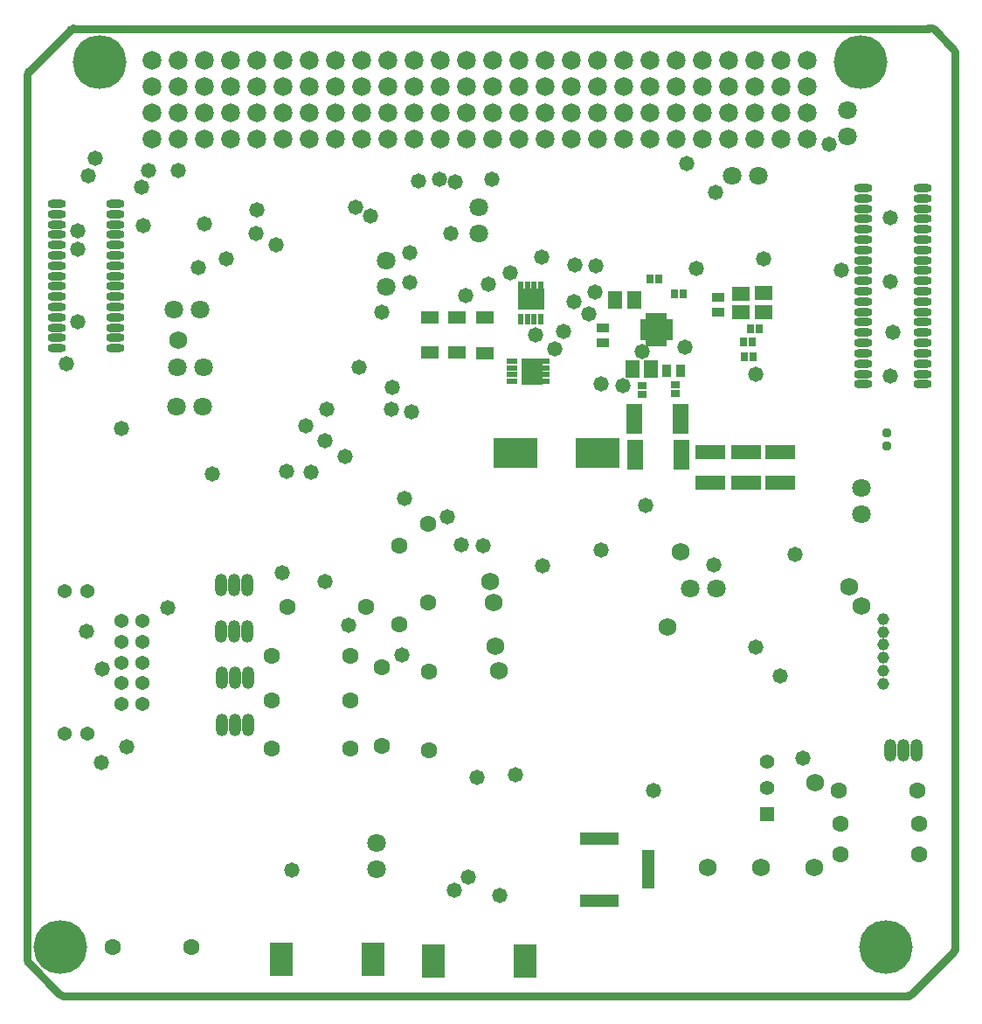
<source format=gbs>
G04 Layer_Color=16711935*
%FSLAX43Y43*%
%MOMM*%
G71*
G01*
G75*
%ADD23C,0.762*%
%ADD24C,0.762*%
%ADD44C,1.727*%
%ADD79R,0.813X0.762*%
%ADD80R,0.762X0.813*%
%ADD84O,1.803X0.803*%
%ADD87R,1.403X1.403*%
%ADD88C,1.403*%
%ADD89C,1.370*%
%ADD90O,1.203X2.203*%
%ADD91O,1.203X2.203*%
%ADD92C,1.603*%
%ADD93R,2.303X3.203*%
%ADD94C,1.803*%
%ADD95C,1.152*%
%ADD96C,0.953*%
%ADD97R,3.803X1.303*%
%ADD98R,1.303X3.803*%
%ADD99C,1.828*%
%ADD100C,1.473*%
%ADD101C,5.203*%
%ADD102R,0.703X0.503*%
%ADD103R,0.503X0.703*%
%ADD104R,1.903X1.903*%
%ADD105R,1.321X1.651*%
%ADD106R,1.626X2.921*%
%ADD107R,0.610X1.067*%
%ADD108R,2.653X2.103*%
%ADD109R,1.067X0.610*%
%ADD110R,2.103X2.653*%
%ADD111R,4.204X2.896*%
%ADD112R,1.168X0.864*%
%ADD113R,1.702X1.202*%
%ADD114R,2.896X1.321*%
%ADD115R,1.651X1.321*%
%ADD116R,0.864X1.168*%
D23*
X90170Y92202D02*
G03*
X90058Y92472I-381J0D01*
G01*
X90170Y92202D02*
G03*
X90058Y92471I-381J0D01*
G01*
X88154Y94376D02*
G03*
X87694Y94437I-270J-269D01*
G01*
X88153Y94376D02*
G03*
X87694Y94437I-269J-269D01*
G01*
X90058Y4988D02*
G03*
X90170Y5258I-269J269D01*
G01*
X90058Y4988D02*
G03*
X90170Y5258I-269J270D01*
G01*
X85700Y787D02*
G03*
X85969Y899I0J381D01*
G01*
X85700Y787D02*
G03*
X85969Y899I0J381D01*
G01*
X4775Y94437D02*
G03*
X4506Y94326I0J-381D01*
G01*
X4775Y94437D02*
G03*
X4505Y94325I0J-381D01*
G01*
X417Y90237D02*
G03*
X305Y89967I269J-270D01*
G01*
X416Y90236D02*
G03*
X305Y89967I269J-269D01*
G01*
X3464Y899D02*
G03*
X3734Y787I269J269D01*
G01*
X305Y4216D02*
G03*
X416Y3947I381J0D01*
G01*
X305Y4216D02*
G03*
X417Y3947I381J0D01*
G01*
X3464Y899D02*
G03*
X3734Y787I270J269D01*
G01*
X3439Y925D02*
G03*
X3439Y924I270J269D01*
G01*
X88153Y94376D02*
X88154Y94376D01*
X90058Y92472D01*
X90058Y92471D01*
X90170Y91821D02*
Y92202D01*
Y5258D02*
Y91821D01*
X90058Y4988D02*
X90058Y4988D01*
X85969Y899D02*
X90058Y4988D01*
X85969Y899D02*
X85969Y899D01*
X84506Y787D02*
X85700D01*
X4801Y94437D02*
X87694D01*
X4775D02*
X4801D01*
X4505Y94325D02*
X4506Y94326D01*
X417Y90237D02*
X4505Y94325D01*
X416Y90236D02*
X417Y90237D01*
X305Y4216D02*
Y89967D01*
X3734Y787D02*
X84506D01*
X416Y3947D02*
X417Y3947D01*
X3439Y925D01*
X3439Y924D01*
X3439Y924D01*
X3464Y899D01*
X3464Y899D01*
D24*
X3439Y924D02*
D03*
D44*
X45187Y40869D02*
D03*
X45669Y34595D02*
D03*
X45491Y38862D02*
D03*
X46025Y32233D02*
D03*
X81178Y38506D02*
D03*
X79934Y40411D02*
D03*
X76632Y21387D02*
D03*
X62332Y36449D02*
D03*
X14910Y64287D02*
D03*
X63602Y43739D02*
D03*
X66270Y13183D02*
D03*
X76530D02*
D03*
X71400D02*
D03*
D79*
X59899Y58992D02*
D03*
Y59830D02*
D03*
X63068Y59068D02*
D03*
Y59906D02*
D03*
D80*
X63849Y68707D02*
D03*
X63010D02*
D03*
X60648Y70180D02*
D03*
X61486D02*
D03*
X70625Y62636D02*
D03*
X69786D02*
D03*
X69685Y64059D02*
D03*
X70523D02*
D03*
X71215Y65380D02*
D03*
X70376D02*
D03*
D84*
X87031Y59994D02*
D03*
Y60994D02*
D03*
Y61994D02*
D03*
Y62994D02*
D03*
Y63994D02*
D03*
Y64994D02*
D03*
Y65994D02*
D03*
Y66994D02*
D03*
Y67994D02*
D03*
Y68994D02*
D03*
Y69994D02*
D03*
Y70994D02*
D03*
Y71994D02*
D03*
Y72994D02*
D03*
Y73994D02*
D03*
Y74994D02*
D03*
Y75994D02*
D03*
Y76994D02*
D03*
Y77994D02*
D03*
Y78994D02*
D03*
X81331D02*
D03*
Y77994D02*
D03*
Y76994D02*
D03*
Y75994D02*
D03*
Y74994D02*
D03*
Y73994D02*
D03*
Y72994D02*
D03*
Y71994D02*
D03*
Y70994D02*
D03*
Y69994D02*
D03*
Y68994D02*
D03*
Y67994D02*
D03*
Y66994D02*
D03*
Y65994D02*
D03*
Y64994D02*
D03*
Y63994D02*
D03*
Y62994D02*
D03*
Y61994D02*
D03*
Y60994D02*
D03*
Y59994D02*
D03*
X8824Y63470D02*
D03*
Y64470D02*
D03*
Y65470D02*
D03*
Y66470D02*
D03*
Y67470D02*
D03*
Y68470D02*
D03*
Y69470D02*
D03*
Y70470D02*
D03*
Y71470D02*
D03*
Y72470D02*
D03*
Y73470D02*
D03*
Y74470D02*
D03*
Y75470D02*
D03*
Y76470D02*
D03*
Y77470D02*
D03*
X3124D02*
D03*
Y76470D02*
D03*
Y75470D02*
D03*
Y74470D02*
D03*
Y73470D02*
D03*
Y72470D02*
D03*
Y71470D02*
D03*
Y70470D02*
D03*
Y69470D02*
D03*
Y68470D02*
D03*
Y67470D02*
D03*
Y66470D02*
D03*
Y65470D02*
D03*
Y64470D02*
D03*
Y63470D02*
D03*
D87*
X72034Y18364D02*
D03*
D88*
Y20904D02*
D03*
Y23444D02*
D03*
D89*
X11449Y29045D02*
D03*
X9449D02*
D03*
X11449Y31045D02*
D03*
X9449D02*
D03*
X11449Y33045D02*
D03*
X9449D02*
D03*
X11449Y35045D02*
D03*
X9449D02*
D03*
X11449Y37045D02*
D03*
X9449D02*
D03*
X6159Y39970D02*
D03*
X3899D02*
D03*
X6159Y26120D02*
D03*
X3899D02*
D03*
D90*
X19126Y27000D02*
D03*
Y31572D02*
D03*
X19075Y36043D02*
D03*
Y40589D02*
D03*
X85192Y24562D02*
D03*
D91*
X20396Y27000D02*
D03*
X21666D02*
D03*
X20396Y31572D02*
D03*
X21666D02*
D03*
X20345Y36043D02*
D03*
X21615D02*
D03*
X20345Y40589D02*
D03*
X21615D02*
D03*
X83922Y24562D02*
D03*
X86462D02*
D03*
D92*
X34671Y32563D02*
D03*
Y24943D02*
D03*
X36347Y44399D02*
D03*
Y36779D02*
D03*
X39167Y46482D02*
D03*
Y38862D02*
D03*
X39192Y24562D02*
D03*
Y32182D02*
D03*
X25527Y38430D02*
D03*
X33147D02*
D03*
X24003Y33731D02*
D03*
X31623D02*
D03*
X24028Y29362D02*
D03*
X31648D02*
D03*
X23978Y24714D02*
D03*
X31598D02*
D03*
X86589Y20625D02*
D03*
X78969D02*
D03*
X79146Y17399D02*
D03*
X86766D02*
D03*
X79070Y14453D02*
D03*
X86690D02*
D03*
X16205Y5461D02*
D03*
X8585D02*
D03*
D93*
X33772Y4329D02*
D03*
X24922D02*
D03*
X48540Y4136D02*
D03*
X39690D02*
D03*
D94*
X17348Y61671D02*
D03*
X14808D02*
D03*
X67081Y40208D02*
D03*
X64541D02*
D03*
X71120Y80162D02*
D03*
X68580D02*
D03*
X44069Y74549D02*
D03*
Y77089D02*
D03*
X79756Y86487D02*
D03*
Y83947D02*
D03*
X34112Y13030D02*
D03*
Y15570D02*
D03*
X14732Y57861D02*
D03*
X17272D02*
D03*
X14529Y67259D02*
D03*
X17069D02*
D03*
X81153Y49911D02*
D03*
Y47371D02*
D03*
X35052Y71958D02*
D03*
Y69418D02*
D03*
D95*
X83267Y32259D02*
D03*
Y37259D02*
D03*
Y34759D02*
D03*
Y31009D02*
D03*
Y36009D02*
D03*
Y33509D02*
D03*
D96*
X83591Y54020D02*
D03*
Y55275D02*
D03*
D97*
X55753Y9957D02*
D03*
Y16007D02*
D03*
D98*
X60453Y13007D02*
D03*
D99*
X12421Y91364D02*
D03*
Y88824D02*
D03*
Y86284D02*
D03*
Y83744D02*
D03*
X14961Y91364D02*
D03*
Y88824D02*
D03*
Y86284D02*
D03*
Y83744D02*
D03*
X17501Y91364D02*
D03*
Y88824D02*
D03*
Y86284D02*
D03*
Y83744D02*
D03*
X20041Y91364D02*
D03*
Y88824D02*
D03*
Y86284D02*
D03*
Y83744D02*
D03*
X22581Y91364D02*
D03*
Y88824D02*
D03*
Y86284D02*
D03*
Y83744D02*
D03*
X25121Y91364D02*
D03*
Y88824D02*
D03*
Y86284D02*
D03*
Y83744D02*
D03*
X27661Y91364D02*
D03*
Y88824D02*
D03*
Y86284D02*
D03*
Y83744D02*
D03*
X30201Y91364D02*
D03*
Y88824D02*
D03*
Y86284D02*
D03*
Y83744D02*
D03*
X32741Y91364D02*
D03*
Y88824D02*
D03*
Y86284D02*
D03*
Y83744D02*
D03*
X35281Y91364D02*
D03*
Y88824D02*
D03*
Y86284D02*
D03*
Y83744D02*
D03*
X37821Y91364D02*
D03*
Y88824D02*
D03*
X40361Y86284D02*
D03*
Y83744D02*
D03*
Y91364D02*
D03*
Y88824D02*
D03*
X42901Y86284D02*
D03*
Y83744D02*
D03*
Y91364D02*
D03*
Y88824D02*
D03*
X45441Y86284D02*
D03*
Y83744D02*
D03*
Y91364D02*
D03*
Y88824D02*
D03*
X47981Y86284D02*
D03*
Y83744D02*
D03*
Y91364D02*
D03*
Y88824D02*
D03*
X50521Y86284D02*
D03*
Y83744D02*
D03*
Y91364D02*
D03*
Y88824D02*
D03*
X53061Y86284D02*
D03*
Y83744D02*
D03*
Y91364D02*
D03*
Y88824D02*
D03*
X55601Y86284D02*
D03*
Y83744D02*
D03*
Y91364D02*
D03*
Y88824D02*
D03*
X58141Y86284D02*
D03*
Y83744D02*
D03*
Y91364D02*
D03*
Y88824D02*
D03*
X60681Y86284D02*
D03*
Y83744D02*
D03*
Y91364D02*
D03*
Y88824D02*
D03*
X63221Y86284D02*
D03*
Y83744D02*
D03*
Y91364D02*
D03*
Y88824D02*
D03*
X65761Y86284D02*
D03*
Y83744D02*
D03*
Y91364D02*
D03*
Y88824D02*
D03*
X68301Y86284D02*
D03*
Y83744D02*
D03*
Y91364D02*
D03*
Y88824D02*
D03*
X70841Y86284D02*
D03*
Y83744D02*
D03*
Y91364D02*
D03*
Y88824D02*
D03*
X73381Y86284D02*
D03*
Y83744D02*
D03*
Y91364D02*
D03*
Y88824D02*
D03*
X75921Y86284D02*
D03*
Y83744D02*
D03*
Y91364D02*
D03*
Y88824D02*
D03*
X37821Y86284D02*
D03*
Y83744D02*
D03*
D100*
X41351Y74549D02*
D03*
X44450Y44374D02*
D03*
X42342Y44425D02*
D03*
X50241Y42418D02*
D03*
X35585Y57556D02*
D03*
X66802Y42469D02*
D03*
X34671Y66954D02*
D03*
X29312Y57607D02*
D03*
X43891Y21946D02*
D03*
X22581Y76860D02*
D03*
X17475Y75514D02*
D03*
X37389Y69850D02*
D03*
Y72695D02*
D03*
X33553Y76251D02*
D03*
X32131Y77165D02*
D03*
X47066Y70790D02*
D03*
X45009Y69672D02*
D03*
X50114Y72314D02*
D03*
X45314Y79858D02*
D03*
X53365Y71501D02*
D03*
X55372Y71450D02*
D03*
X65113Y71209D02*
D03*
X79172Y70994D02*
D03*
X78003Y83185D02*
D03*
X14935Y80696D02*
D03*
X74727Y43485D02*
D03*
X49530Y64770D02*
D03*
X52261Y65138D02*
D03*
X64211Y81356D02*
D03*
X41808Y79553D02*
D03*
X38202Y79680D02*
D03*
X60960Y20625D02*
D03*
X25972Y12967D02*
D03*
X12065Y80696D02*
D03*
X6909Y81890D02*
D03*
X5232Y66040D02*
D03*
X36627Y33757D02*
D03*
X13919Y38329D02*
D03*
X9931Y24867D02*
D03*
X7544Y32461D02*
D03*
X6071Y36093D02*
D03*
X70866Y34519D02*
D03*
X36855Y48895D02*
D03*
X40970Y47117D02*
D03*
X31115Y52972D02*
D03*
X75489Y23774D02*
D03*
X73304Y31725D02*
D03*
X84171Y64994D02*
D03*
X29134Y40919D02*
D03*
X24968Y41732D02*
D03*
X83972Y76124D02*
D03*
X83896Y69926D02*
D03*
Y60808D02*
D03*
X6198Y80188D02*
D03*
X5232Y73101D02*
D03*
X24372Y73470D02*
D03*
X22428Y74574D02*
D03*
X16866Y71298D02*
D03*
X19558Y72136D02*
D03*
X40284Y79858D02*
D03*
X11405Y79045D02*
D03*
X25425Y51587D02*
D03*
X27762Y51486D02*
D03*
X27280Y55931D02*
D03*
X29134Y54534D02*
D03*
X11582Y75387D02*
D03*
X7442Y23393D02*
D03*
X4064Y61976D02*
D03*
X66980Y78588D02*
D03*
X32461Y61671D02*
D03*
X9398Y55702D02*
D03*
X35636Y59690D02*
D03*
X59919Y63119D02*
D03*
X51410Y63424D02*
D03*
X70917Y60985D02*
D03*
X71659Y72105D02*
D03*
X42824Y68555D02*
D03*
X53315Y67996D02*
D03*
X54762Y66802D02*
D03*
X55347Y68885D02*
D03*
X37541Y57277D02*
D03*
X60198Y48260D02*
D03*
X55880Y60046D02*
D03*
X55931Y43967D02*
D03*
X58039Y59817D02*
D03*
X64059Y63551D02*
D03*
X31420Y36678D02*
D03*
X43028Y12268D02*
D03*
X41707Y10973D02*
D03*
X47650Y22174D02*
D03*
X46101Y10490D02*
D03*
X5156Y74879D02*
D03*
X18263Y51308D02*
D03*
D101*
X7326Y91179D02*
D03*
X81026D02*
D03*
X83526Y5479D02*
D03*
X3526D02*
D03*
D102*
X62521Y66028D02*
D03*
Y65528D02*
D03*
Y65028D02*
D03*
Y64528D02*
D03*
X60021D02*
D03*
Y65028D02*
D03*
Y65528D02*
D03*
Y66028D02*
D03*
D103*
X62021Y64028D02*
D03*
X61521D02*
D03*
X61021D02*
D03*
X60521D02*
D03*
Y66528D02*
D03*
X61021D02*
D03*
X61521D02*
D03*
X62021D02*
D03*
D104*
X61271Y65278D02*
D03*
D105*
X59093Y68174D02*
D03*
X57290D02*
D03*
X60724Y61493D02*
D03*
X58921D02*
D03*
D106*
X59124Y56642D02*
D03*
X63620D02*
D03*
X59175Y53162D02*
D03*
X63671D02*
D03*
D107*
X50073Y66294D02*
D03*
X49423D02*
D03*
X48773D02*
D03*
X48123D02*
D03*
Y69444D02*
D03*
X48773D02*
D03*
X49423D02*
D03*
X50073D02*
D03*
D108*
X49098Y68211D02*
D03*
D109*
X47269Y60264D02*
D03*
Y60914D02*
D03*
Y61564D02*
D03*
Y62214D02*
D03*
X50419D02*
D03*
Y61564D02*
D03*
Y60914D02*
D03*
Y60264D02*
D03*
D110*
X49186Y61239D02*
D03*
D111*
X55587Y53340D02*
D03*
X47599D02*
D03*
D112*
X56089Y65418D02*
D03*
Y64021D02*
D03*
X67265Y68364D02*
D03*
Y66967D02*
D03*
D113*
X39319Y66470D02*
D03*
Y63070D02*
D03*
X41935Y66445D02*
D03*
Y63045D02*
D03*
X44653Y66419D02*
D03*
Y63019D02*
D03*
D114*
X73259Y53416D02*
D03*
Y50419D02*
D03*
X69983Y53442D02*
D03*
Y50444D02*
D03*
X66503Y53442D02*
D03*
Y50444D02*
D03*
D115*
X69475Y66967D02*
D03*
Y68771D02*
D03*
X71659Y66993D02*
D03*
Y68796D02*
D03*
D116*
X63620Y61290D02*
D03*
X62223D02*
D03*
M02*

</source>
